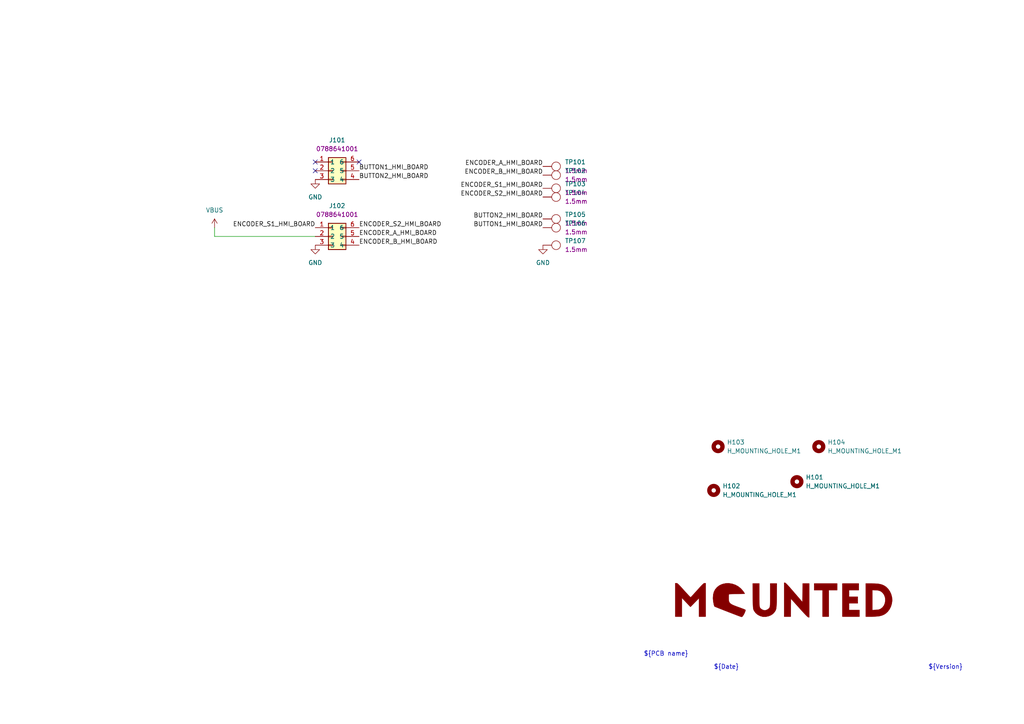
<source format=kicad_sch>
(kicad_sch (version 20230121) (generator eeschema)
  (paper "A4")
  (lib_symbols
    (symbol ".mounted-lib:H_MOUNTING_HOLE_M1" (in_bom no)
      (property "Reference" "H?" (at 2.54 1.2701 0))
      (property "Value" "H_MOUNTING_HOLE_M1" (at 40.64 12.7 0))
      (symbol "H_MOUNTING_HOLE_M1_0_1"
        (circle (center 0 0) (radius 1.27) (stroke (width 1.27)))
      )
    )
    (symbol ".mounted-lib:J_0788641001"
      (property "Reference" "J?" (at 0 7.62 0))
      (property "DisplayValue" "0788641001" (at 0 5.08 0))
      (symbol "J_0788641001_1_1"
        (rectangle (start -2.54 -2.413) (end -1.27 -2.667) (stroke (width 0.1524)))
        (rectangle (start -2.54 0.127) (end -1.27 -0.127) (stroke (width 0.1524)))
        (rectangle (start -2.54 2.667) (end -1.27 2.413) (stroke (width 0.1524)))
        (rectangle (start -2.54 3.81) (end 2.54 -3.81) (stroke (width 0.254)) (fill (type background)))
        (rectangle (start 2.54 -2.413) (end 1.27 -2.667) (stroke (width 0.1524)))
        (rectangle (start 2.54 0.127) (end 1.27 -0.127) (stroke (width 0.1524)))
        (rectangle (start 2.54 2.667) (end 1.27 2.413) (stroke (width 0.1524)))
        (pin passive line (at -6.35 2.54 0) (length 3.81) (name "1") (number "1"))
        (pin passive line (at -6.35 0 0) (length 3.81) (name "2") (number "2"))
        (pin passive line (at -6.35 -2.54 0) (length 3.81) (name "3") (number "3"))
        (pin passive line (at 6.35 -2.54 180) (length 3.81) (name "4") (number "4"))
        (pin passive line (at 6.35 0 180) (length 3.81) (name "5") (number "5"))
        (pin passive line (at 6.35 2.54 180) (length 3.81) (name "6") (number "6"))
      )
    )
    (symbol ".mounted-lib:TESTPOINT_1.5MM" (in_bom no)
      (property "Reference" "TP" (at 0 2.54 0))
      (property "DisplayValue" "1.5mm" (at 0 -2.54 0))
      (symbol "TESTPOINT_1.5MM_0_1"
        (circle (center 0 0) (radius 1.27))
      )
      (symbol "TESTPOINT_1.5MM_1_1"
        (pin passive line (at 3.81 0 180) (length 2.54) (name "~") (number "1"))
      )
    )
    (symbol ".mounted-lib:mounted_logo" (pin_names (offset 1.016))
      (symbol "mounted_logo_0_0"
        (polyline (pts (xy 13.0541 -1.012) (xy 13.0541 2.8335) (xy 14.2685 2.8335) (xy 15.4828 2.8335) (xy 15.4828 3.7948) (xy 15.4828 4.7562) (xy 12.1434 4.7562) (xy 8.8039 4.7562) (xy 8.8039 3.7948) (xy 8.8039 2.8335) (xy 10.0183 2.8335) (xy 11.2326 2.8335) (xy 11.2326 -1.012) (xy 11.2326 -4.8574) (xy 12.1434 -4.8574) (xy 13.0541 -4.8574) (xy 13.0541 -1.012)) (stroke (width 0.01)) (fill (type outline)))
        (polyline (pts (xy 21.9593 -3.896) (xy 21.9593 -2.9347) (xy 20.4414 -2.9347) (xy 18.9235 -2.9347) (xy 18.9235 -1.9733) (xy 18.9235 -1.012) (xy 20.1884 -1.012) (xy 21.4533 -1.012) (xy 21.4533 -0.0506) (xy 21.4533 0.9107) (xy 20.1884 0.9107) (xy 18.9235 0.9107) (xy 18.9235 1.8721) (xy 18.9235 2.8335) (xy 20.3402 2.8335) (xy 21.7569 2.8335) (xy 21.7569 3.7948) (xy 21.7569 4.7562) (xy 19.3788 4.7562) (xy 17.0008 4.7562) (xy 17.0008 -0.0506) (xy 17.0008 -4.8574) (xy 19.48 -4.8574) (xy 21.9593 -4.8574) (xy 21.9593 -3.896)) (stroke (width 0.01)) (fill (type outline)))
        (polyline (pts (xy 7.3872 -0.1518) (xy 7.3872 4.7562) (xy 6.4275 4.7562) (xy 5.4678 4.7562) (xy 5.4409 2.0564) (xy 5.4139 -0.6433) (xy 3.0016 2.1576) (xy 2.3562 2.9042) (xy 1.8128 3.5255) (xy 1.3749 4.0164) (xy 1.0304 4.3895) (xy 0.7673 4.6575) (xy 0.5734 4.8332) (xy 0.4367 4.9293) (xy 0.3452 4.9585) (xy 0.1012 4.9585) (xy 0.1012 0.0506) (xy 0.1012 -4.8574) (xy 1.0608 -4.8574) (xy 2.0205 -4.8574) (xy 2.0475 -2.2586) (xy 2.0745 0.3401) (xy 4.5011 -2.3598) (xy 4.7 -2.5808) (xy 5.3538 -3.3024) (xy 5.8892 -3.8837) (xy 6.3167 -4.3354) (xy 6.6469 -4.6683) (xy 6.8901 -4.8929) (xy 7.0568 -5.0198) (xy 7.1575 -5.0598) (xy 7.3872 -5.0598) (xy 7.3872 -0.1518)) (stroke (width 0.01)) (fill (type outline)))
        (polyline (pts (xy -29.5449 -2.1504) (xy -29.5409 0.5566) (xy -28.3053 -0.7424) (xy -27.0698 -2.0414) (xy -25.8301 -0.7769) (xy -24.5905 0.4877) (xy -24.5905 -2.1848) (xy -24.5905 -4.8574) (xy -23.6291 -4.8574) (xy -22.6678 -4.8574) (xy -22.6678 0) (xy -22.6678 4.8574) (xy -22.9639 4.8574) (xy -23.0357 4.8497) (xy -23.152 4.8043) (xy -23.2999 4.7038) (xy -23.4963 4.5321) (xy -23.7582 4.2729) (xy -24.1025 3.9099) (xy -24.5462 3.4271) (xy -25.1062 2.8082) (xy -25.1312 2.7804) (xy -25.6173 2.2426) (xy -26.059 1.757) (xy -26.4383 1.3434) (xy -26.7368 1.0213) (xy -26.9366 0.8106) (xy -27.0195 0.7308) (xy -27.0218 0.7308) (xy -27.1159 0.8089) (xy -27.3249 1.0176) (xy -27.6307 1.3378) (xy -28.0155 1.7506) (xy -28.4613 2.237) (xy -28.9503 2.7779) (xy -29.0633 2.9036) (xy -29.5971 3.4952) (xy -30.0179 3.9544) (xy -30.3429 4.2978) (xy -30.5897 4.5419) (xy -30.7757 4.7032) (xy -30.9183 4.7982) (xy -31.0349 4.8433) (xy -31.1429 4.8552) (xy -31.4717 4.8574) (xy -31.4717 0) (xy -31.4717 -4.8574) (xy -30.5104 -4.8574) (xy -29.549 -4.8574) (xy -29.5449 -2.1504)) (stroke (width 0.01)) (fill (type outline)))
        (polyline (pts (xy 25.4253 -4.8556) (xy 25.6404 -4.8547) (xy 26.5575 -4.83) (xy 27.3171 -4.7676) (xy 27.9546 -4.662) (xy 28.505 -4.5079) (xy 29.0036 -4.2997) (xy 29.5084 -3.9977) (xy 30.1403 -3.435) (xy 30.6643 -2.7409) (xy 31.0657 -1.9468) (xy 31.3296 -1.0838) (xy 31.4411 -0.1834) (xy 31.3855 0.7233) (xy 31.3804 0.7543) (xy 31.1515 1.6264) (xy 30.7776 2.4404) (xy 30.2822 3.162) (xy 29.6889 3.7567) (xy 29.0211 4.19) (xy 28.8905 4.2515) (xy 28.3813 4.4468) (xy 27.8162 4.589) (xy 27.1592 4.6839) (xy 26.3743 4.7372) (xy 25.4253 4.7544) (xy 23.7808 4.7562) (xy 23.7808 -0.0506) (xy 23.7808 -2.9588) (xy 25.7035 -2.9588) (xy 25.7035 -0.0506) (xy 25.7035 2.8576) (xy 26.6396 2.8137) (xy 26.8905 2.7983) (xy 27.5042 2.7136) (xy 27.9891 2.5521) (xy 28.3954 2.2928) (xy 28.7736 1.9144) (xy 29.1102 1.4237) (xy 29.364 0.7385) (xy 29.4478 -0.0506) (xy 29.4393 -0.2952) (xy 29.3007 -1.042) (xy 29.0038 -1.702) (xy 28.5635 -2.248) (xy 27.9949 -2.6533) (xy 27.9266 -2.6869) (xy 27.6052 -2.8006) (xy 27.195 -2.8729) (xy 26.6396 -2.9149) (xy 25.7035 -2.9588) (xy 23.7808 -2.9588) (xy 23.7808 -4.8574) (xy 25.4253 -4.8556)) (stroke (width 0.01)) (fill (type outline)))
        (polyline (pts (xy -4.4754 -4.7478) (xy -3.7692 -4.467) (xy -3.1608 -4.0647) (xy -2.6916 -3.5562) (xy -2.613 -3.4418) (xy -2.4727 -3.2245) (xy -2.3593 -3.0132) (xy -2.2696 -2.7847) (xy -2.2006 -2.5159) (xy -2.149 -2.1837) (xy -2.1119 -1.7649) (xy -2.086 -1.2363) (xy -2.0683 -0.5748) (xy -2.0556 0.2428) (xy -2.0449 1.2396) (xy -2.0099 4.7562) (xy -2.9783 4.7562) (xy -3.9467 4.7562) (xy -3.9468 1.442) (xy -3.9473 0.7789) (xy -3.95 -0.014) (xy -3.956 -0.6426) (xy -3.9665 -1.1295) (xy -3.9826 -1.4973) (xy -4.0053 -1.7684) (xy -4.0357 -1.9652) (xy -4.0748 -2.1104) (xy -4.1239 -2.2263) (xy -4.3189 -2.4863) (xy -4.677 -2.7631) (xy -5.0995 -2.9601) (xy -5.5113 -3.0336) (xy -5.7577 -3.0059) (xy -6.2007 -2.8542) (xy -6.601 -2.6075) (xy -6.8788 -2.3081) (xy -6.9051 -2.2636) (xy -6.9556 -2.1601) (xy -6.9955 -2.0331) (xy -7.0261 -1.8603) (xy -7.0487 -1.6193) (xy -7.0643 -1.2877) (xy -7.0744 -0.8433) (xy -7.0801 -0.2635) (xy -7.0827 0.474) (xy -7.0833 1.3914) (xy -7.0837 4.7562) (xy -8.051 4.7562) (xy -9.0182 4.7562) (xy -8.983 1.189) (xy -8.9744 0.3875) (xy -8.9633 -0.4295) (xy -8.9503 -1.0843) (xy -8.9342 -1.5993) (xy -8.914 -1.9967) (xy -8.8883 -2.2985) (xy -8.8561 -2.5271) (xy -8.8161 -2.7046) (xy -8.7671 -2.8532) (xy -8.6157 -3.18) (xy -8.1881 -3.771) (xy -7.62 -4.2662) (xy -6.948 -4.6372) (xy -6.2083 -4.8553) (xy -6.0147 -4.8833) (xy -5.2378 -4.8917) (xy -4.4754 -4.7478)) (stroke (width 0.01)) (fill (type outline)))
        (polyline (pts (xy -12.033 -4.8536) (xy -11.8228 -4.6062) (xy -11.5946 -4.2448) (xy -11.3715 -3.8054) (xy -11.1767 -3.3242) (xy -11.1344 -3.2018) (xy -11.0898 -3.0068) (xy -11.143 -2.8972) (xy -11.3132 -2.7992) (xy -11.4369 -2.7453) (xy -11.7403 -2.6255) (xy -12.1683 -2.4635) (xy -12.6832 -2.2735) (xy -13.2473 -2.0698) (xy -13.685 -1.9116) (xy -14.3947 -1.6403) (xy -14.9424 -1.397) (xy -15.3488 -1.1615) (xy -15.6346 -0.9134) (xy -15.8208 -0.6324) (xy -15.928 -0.2982) (xy -15.9771 0.1096) (xy -15.9889 0.6113) (xy -15.9885 0.757) (xy -15.9792 1.1798) (xy -15.9532 1.4468) (xy -15.9049 1.5943) (xy -15.8288 1.6589) (xy -15.8013 1.6651) (xy -15.5957 1.6827) (xy -15.2307 1.6979) (xy -14.7385 1.7098) (xy -14.1513 1.7175) (xy -13.5013 1.7203) (xy -13.2539 1.7207) (xy -12.6407 1.7258) (xy -12.1129 1.736) (xy -11.6996 1.7502) (xy -11.4302 1.7676) (xy -11.3339 1.7873) (xy -11.3479 1.8507) (xy -11.4667 2.0761) (xy -11.6796 2.3844) (xy -11.9541 2.7332) (xy -12.2575 3.08) (xy -12.5574 3.3822) (xy -13.1861 3.8791) (xy -14.0562 4.357) (xy -14.9946 4.6741) (xy -15.9634 4.818) (xy -16.9248 4.7769) (xy -16.9567 4.7722) (xy -17.8565 4.5627) (xy -18.6212 4.2205) (xy -19.2773 3.7338) (xy -19.3987 3.6179) (xy -19.9135 2.9955) (xy -20.2685 2.2952) (xy -20.4741 1.4909) (xy -20.5407 0.5566) (xy -20.5381 0.4182) (xy -20.5054 -0.0257) (xy -20.4425 -0.5134) (xy -20.3587 -0.9959) (xy -20.2631 -1.4239) (xy -20.1651 -1.7483) (xy -20.0739 -1.9202) (xy -20.0687 -1.9236) (xy -19.9337 -1.9838) (xy -19.6386 -2.1053) (xy -19.2081 -2.2785) (xy -18.6668 -2.4936) (xy -18.0396 -2.7412) (xy -17.351 -3.0114) (xy -16.6258 -3.2948) (xy -15.8887 -3.5816) (xy -15.1644 -3.8623) (xy -14.4776 -4.1272) (xy -13.8529 -4.3666) (xy -13.3151 -4.571) (xy -12.8888 -4.7307) (xy -12.5988 -4.8361) (xy -12.5944 -4.8376) (xy -12.3603 -4.9142) (xy -12.2194 -4.9506) (xy -12.202 -4.9508) (xy -12.033 -4.8536)) (stroke (width 0.01)) (fill (type outline)))
      )
    )
    (symbol "power:GND" (power) (pin_names (offset 0))
      (property "Value" "GND" (at 0 -3.81 0))
      (symbol "GND_0_1"
        (polyline (pts (xy 0 0) (xy 0 -1.27) (xy 1.27 -1.27) (xy 0 -2.54) (xy -1.27 -1.27) (xy 0 -1.27)))
      )
      (symbol "GND_1_1"
        (pin power_in line (at 0 0 270) (length 0) hide (name "GND") (number "1"))
      )
    )
    (symbol "power:VBUS" (power) (pin_names (offset 0))
      (property "Value" "VBUS" (at 0 3.81 0))
      (symbol "VBUS_0_1"
        (polyline (pts (xy -0.762 1.27) (xy 0 2.54)))
        (polyline (pts (xy 0 0) (xy 0 2.54)))
        (polyline (pts (xy 0 2.54) (xy 0.762 1.27)))
      )
      (symbol "VBUS_1_1"
        (pin power_in line (at 0 0 90) (length 0) hide (name "VBUS") (number "1"))
      )
    )
  )
  (no_connect (at 91.44 46.99))
  (no_connect (at 104.14 46.99))
  (no_connect (at 91.44 49.53))
  (wire (pts (xy 62.23 66.04) (xy 62.23 68.58)))
  (wire (pts (xy 62.23 68.58) (xy 91.44 68.58)))
  (text "${PCB name}" (at 186.69 190.5 0) (effects (font (size 1.27 1.27)) (justify left bottom)))
  (text "${Date}" (at 207.01 194.31 0) (effects (font (size 1.27 1.27)) (justify left bottom)))
  (text "${Version}" (at 269.24 194.31 0) (effects (font (size 1.27 1.27)) (justify left bottom)))
  (label "ENCODER_S2_HMI_BOARD" (at 157.48 57.15 180))
  (label "ENCODER_A_HMI_BOARD" (at 157.48 48.26 180))
  (label "ENCODER_B_HMI_BOARD" (at 157.48 50.8 180))
  (label "ENCODER_S1_HMI_BOARD" (at 157.48 54.61 180))
  (label "BUTTON2_HMI_BOARD" (at 157.48 63.5 180))
  (label "BUTTON1_HMI_BOARD" (at 157.48 66.04 180))
  (label "ENCODER_A_HMI_BOARD" (at 104.14 68.58 0))
  (label "ENCODER_S1_HMI_BOARD" (at 91.44 66.04 180))
  (label "BUTTON1_HMI_BOARD" (at 104.14 49.53 0))
  (label "ENCODER_S2_HMI_BOARD" (at 104.14 66.04 0))
  (label "ENCODER_B_HMI_BOARD" (at 104.14 71.12 0))
  (label "BUTTON2_HMI_BOARD" (at 104.14 52.07 0))
  (symbol (lib_id "power:GND") (at 91.44 71.12 0) (unit 1)
    (property "Reference" "#PWR0105" (effects hide))
    (property "Value" "GND" (at 91.44 76.2 0))
  )
  (symbol (lib_id "power:GND") (at 157.48 71.12 0) (unit 1)
    (property "Reference" "#PWR0108" (effects hide))
    (property "Value" "GND" (at 157.48 76.2 0))
  )
  (symbol (lib_id ".mounted-lib:J_0788641001") (at 97.79 49.53 0) (unit 1)
    (property "Reference" "J101" (at 97.79 40.64 0))
    (property "Value" "J_0788641001" (effects hide))
    (property "Footprint" ".mounted-lib:J_788641001" (effects hide))
    (property "Datasheet" "https://www.molex.com/en-us/products/part-detail/0788641001" (effects hide))
    (property "Manufacturer" "MOLEX" (effects hide))
    (property "MPN" "0788641001" (effects hide))
    (property "DisplayValue" "0788641001" (at 97.79 43.18 0))
    (property "CMP_ID" "1090" (effects hide))
    (property "Category" "CONNECTOR" (effects hide))
    (property "Family" "SPRING CONNECTOR" (effects hide))
    (property "_Created" "JCN 2023-11-22" (effects hide))
    (property "Mount" "SMD" (effects hide))
    (property "Package" "6 POS" (effects hide))
    (property "TempMin_C" "-40°C" (effects hide))
    (property "TempMax_C" "85°C" (effects hide))
    (property "Automotive" "N" (effects hide))
    (property "MaxHeight_mm" "2mm" (effects hide))
  )
  (symbol (lib_id ".mounted-lib:H_MOUNTING_HOLE_M1") (at 231.14 139.7 0) (unit 1) (in_bom no)
    (property "Reference" "H101" (at 233.68 138.43 0) (effects (justify left)))
    (property "Value" "H_MOUNTING_HOLE_M1" (at 233.68 140.97 0) (effects (justify left)))
    (property "Footprint" ".mounted-lib:MountingHole_1.2mm_M1" (effects hide))
    (property "Datasheet" "http://127.0.0.1" (effects hide))
    (property "DisplayValue" "Screw" (effects hide))
    (property "Category" "MECHANICAL" (effects hide))
    (property "Family" "Hole" (effects hide))
    (property "_Created" "GCE 2022-06-15" (effects hide))
    (property "Mount" "PCB" (effects hide))
    (property "Package" "1.2mm HOLE" (effects hide))
    (property "Automotive" "N" (effects hide))
    (property "MaxHeight_mm" "0mm" (effects hide))
  )
  (symbol (lib_id ".mounted-lib:mounted_logo") (at 227.33 173.99 0) (unit 1)
    (property "Reference" "LOGO101" (effects hide))
    (property "Value" "mounted_logo" (effects hide))
    (property "Footprint" ".mounted-lib:mounted_logo" (effects hide))
  )
  (symbol (lib_id ".mounted-lib:TESTPOINT_1.5MM") (at 161.29 66.04 180) (unit 1) (in_bom no)
    (property "Reference" "TP106" (at 163.83 64.77 0) (effects (justify right)))
    (property "Value" "TESTPOINT_1.5MM" (effects hide))
    (property "Footprint" ".mounted-lib:TESTPOINT_1.5MM" (effects hide))
    (property "Datasheet" "http://127.0.0.1" (effects hide))
    (property "DisplayValue" "1.5mm" (at 163.83 67.31 0) (effects (justify right)))
    (property "_Created" "JCN 2022-08-04" (effects hide))
    (property "Category" "TEST POINT" (effects hide))
    (property "Family" "Exposed copper" (effects hide))
  )
  (symbol (lib_id ".mounted-lib:J_0788641001") (at 97.79 68.58 0) (unit 1)
    (property "Reference" "J102" (at 97.79 59.69 0))
    (property "Value" "J_0788641001" (effects hide))
    (property "Footprint" ".mounted-lib:J_788641001" (effects hide))
    (property "Datasheet" "https://www.molex.com/en-us/products/part-detail/0788641001" (effects hide))
    (property "Manufacturer" "MOLEX" (effects hide))
    (property "MPN" "0788641001" (effects hide))
    (property "DisplayValue" "0788641001" (at 97.79 62.23 0))
    (property "CMP_ID" "1090" (effects hide))
    (property "Category" "CONNECTOR" (effects hide))
    (property "Family" "SPRING CONNECTOR" (effects hide))
    (property "_Created" "JCN 2023-11-22" (effects hide))
    (property "Mount" "SMD" (effects hide))
    (property "Package" "6 POS" (effects hide))
    (property "TempMin_C" "-40°C" (effects hide))
    (property "TempMax_C" "85°C" (effects hide))
    (property "Automotive" "N" (effects hide))
    (property "MaxHeight_mm" "2mm" (effects hide))
  )
  (symbol (lib_id ".mounted-lib:H_MOUNTING_HOLE_M1") (at 237.49 129.54 0) (unit 1) (in_bom no)
    (property "Reference" "H104" (at 240.03 128.27 0) (effects (justify left)))
    (property "Value" "H_MOUNTING_HOLE_M1" (at 240.03 130.81 0) (effects (justify left)))
    (property "Footprint" ".mounted-lib:MountingHole_1.2mm_M1" (effects hide))
    (property "Datasheet" "http://127.0.0.1" (effects hide))
    (property "DisplayValue" "Screw" (effects hide))
    (property "Category" "MECHANICAL" (effects hide))
    (property "Family" "Hole" (effects hide))
    (property "_Created" "GCE 2022-06-15" (effects hide))
    (property "Mount" "PCB" (effects hide))
    (property "Package" "1.2mm HOLE" (effects hide))
    (property "Automotive" "N" (effects hide))
    (property "MaxHeight_mm" "0mm" (effects hide))
  )
  (symbol (lib_id ".mounted-lib:TESTPOINT_1.5MM") (at 161.29 57.15 180) (unit 1) (in_bom no)
    (property "Reference" "TP104" (at 163.83 55.88 0) (effects (justify right)))
    (property "Value" "TESTPOINT_1.5MM" (effects hide))
    (property "Footprint" ".mounted-lib:TESTPOINT_1.5MM" (effects hide))
    (property "Datasheet" "http://127.0.0.1" (effects hide))
    (property "DisplayValue" "1.5mm" (at 163.83 58.42 0) (effects (justify right)))
    (property "_Created" "JCN 2022-08-04" (effects hide))
    (property "Category" "TEST POINT" (effects hide))
    (property "Family" "Exposed copper" (effects hide))
  )
  (symbol (lib_id ".mounted-lib:H_MOUNTING_HOLE_M1") (at 208.28 129.54 0) (unit 1) (in_bom no)
    (property "Reference" "H103" (at 210.82 128.27 0) (effects (justify left)))
    (property "Value" "H_MOUNTING_HOLE_M1" (at 210.82 130.81 0) (effects (justify left)))
    (property "Footprint" ".mounted-lib:MountingHole_1.2mm_M1" (effects hide))
    (property "Datasheet" "http://127.0.0.1" (effects hide))
    (property "DisplayValue" "Screw" (effects hide))
    (property "Category" "MECHANICAL" (effects hide))
    (property "Family" "Hole" (effects hide))
    (property "_Created" "GCE 2022-06-15" (effects hide))
    (property "Mount" "PCB" (effects hide))
    (property "Package" "1.2mm HOLE" (effects hide))
    (property "Automotive" "N" (effects hide))
    (property "MaxHeight_mm" "0mm" (effects hide))
  )
  (symbol (lib_id "power:VBUS") (at 62.23 66.04 0) (unit 1)
    (property "Reference" "#PWR0107" (effects hide))
    (property "Value" "VBUS" (at 62.23 60.96 0))
  )
  (symbol (lib_id ".mounted-lib:TESTPOINT_1.5MM") (at 161.29 54.61 180) (unit 1) (in_bom no)
    (property "Reference" "TP103" (at 163.83 53.34 0) (effects (justify right)))
    (property "Value" "TESTPOINT_1.5MM" (effects hide))
    (property "Footprint" ".mounted-lib:TESTPOINT_1.5MM" (effects hide))
    (property "Datasheet" "http://127.0.0.1" (effects hide))
    (property "DisplayValue" "1.5mm" (at 163.83 55.88 0) (effects (justify right)))
    (property "_Created" "JCN 2022-08-04" (effects hide))
    (property "Category" "TEST POINT" (effects hide))
    (property "Family" "Exposed copper" (effects hide))
  )
  (symbol (lib_id ".mounted-lib:H_MOUNTING_HOLE_M1") (at 207.01 142.24 0) (unit 1) (in_bom no)
    (property "Reference" "H102" (at 209.55 140.97 0) (effects (justify left)))
    (property "Value" "H_MOUNTING_HOLE_M1" (at 209.55 143.51 0) (effects (justify left)))
    (property "Footprint" ".mounted-lib:MountingHole_1.2mm_M1" (effects hide))
    (property "Datasheet" "http://127.0.0.1" (effects hide))
    (property "DisplayValue" "Screw" (effects hide))
    (property "Category" "MECHANICAL" (effects hide))
    (property "Family" "Hole" (effects hide))
    (property "_Created" "GCE 2022-06-15" (effects hide))
    (property "Mount" "PCB" (effects hide))
    (property "Package" "1.2mm HOLE" (effects hide))
    (property "Automotive" "N" (effects hide))
    (property "MaxHeight_mm" "0mm" (effects hide))
  )
  (symbol (lib_id "power:GND") (at 91.44 52.07 0) (unit 1)
    (property "Reference" "#PWR0106" (effects hide))
    (property "Value" "GND" (at 91.44 57.15 0))
  )
  (symbol (lib_id ".mounted-lib:TESTPOINT_1.5MM") (at 161.29 63.5 180) (unit 1) (in_bom no)
    (property "Reference" "TP105" (at 163.83 62.23 0) (effects (justify right)))
    (property "Value" "TESTPOINT_1.5MM" (effects hide))
    (property "Footprint" ".mounted-lib:TESTPOINT_1.5MM" (effects hide))
    (property "Datasheet" "http://127.0.0.1" (effects hide))
    (property "DisplayValue" "1.5mm" (at 163.83 64.77 0) (effects (justify right)))
    (property "_Created" "JCN 2022-08-04" (effects hide))
    (property "Category" "TEST POINT" (effects hide))
    (property "Family" "Exposed copper" (effects hide))
  )
  (symbol (lib_id ".mounted-lib:TESTPOINT_1.5MM") (at 161.29 48.26 180) (unit 1) (in_bom no)
    (property "Reference" "TP101" (at 163.83 46.99 0) (effects (justify right)))
    (property "Value" "TESTPOINT_1.5MM" (effects hide))
    (property "Footprint" ".mounted-lib:TESTPOINT_1.5MM" (effects hide))
    (property "Datasheet" "http://127.0.0.1" (effects hide))
    (property "DisplayValue" "1.5mm" (at 163.83 49.53 0) (effects (justify right)))
    (property "_Created" "JCN 2022-08-04" (effects hide))
    (property "Category" "TEST POINT" (effects hide))
    (property "Family" "Exposed copper" (effects hide))
  )
  (symbol (lib_id ".mounted-lib:TESTPOINT_1.5MM") (at 161.29 50.8 180) (unit 1) (in_bom no)
    (property "Reference" "TP102" (at 163.83 49.53 0) (effects (justify right)))
    (property "Value" "TESTPOINT_1.5MM" (effects hide))
    (property "Footprint" ".mounted-lib:TESTPOINT_1.5MM" (effects hide))
    (property "Datasheet" "http://127.0.0.1" (effects hide))
    (property "DisplayValue" "1.5mm" (at 163.83 52.07 0) (effects (justify right)))
    (property "_Created" "JCN 2022-08-04" (effects hide))
    (property "Category" "TEST POINT" (effects hide))
    (property "Family" "Exposed copper" (effects hide))
  )
  (symbol (lib_id ".mounted-lib:TESTPOINT_1.5MM") (at 161.29 71.12 180) (unit 1) (in_bom no)
    (property "Reference" "TP107" (at 163.83 69.85 0) (effects (justify right)))
    (property "Value" "TESTPOINT_1.5MM" (effects hide))
    (property "Footprint" ".mounted-lib:TESTPOINT_1.5MM" (effects hide))
    (property "Datasheet" "http://127.0.0.1" (effects hide))
    (property "DisplayValue" "1.5mm" (at 163.83 72.39 0) (effects (justify right)))
    (property "_Created" "JCN 2022-08-04" (effects hide))
    (property "Category" "TEST POINT" (effects hide))
    (property "Family" "Exposed copper" (effects hide))
  )
)
</source>
